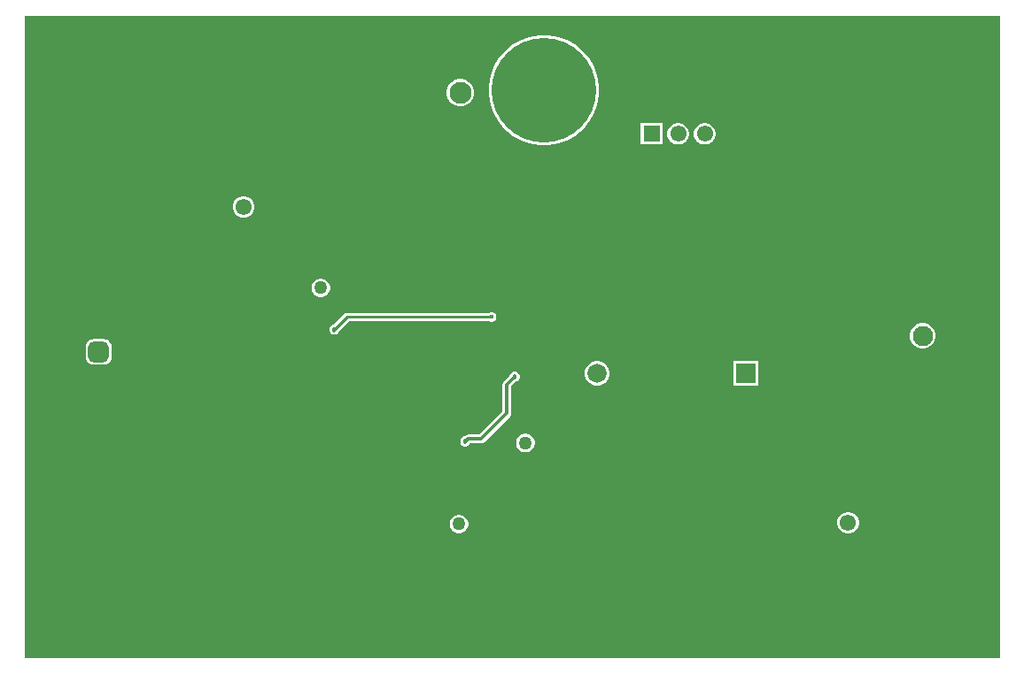
<source format=gbl>
G04*
G04 #@! TF.GenerationSoftware,Altium Limited,Altium Designer,24.10.1 (45)*
G04*
G04 Layer_Physical_Order=2*
G04 Layer_Color=16711680*
%FSLAX44Y44*%
%MOMM*%
G71*
G04*
G04 #@! TF.SameCoordinates,4BA20A26-6699-4CC0-9CF9-A882EA70ABF6*
G04*
G04*
G04 #@! TF.FilePolarity,Positive*
G04*
G01*
G75*
%ADD14C,0.2540*%
%ADD31R,1.5500X1.5500*%
%ADD32C,1.5500*%
%ADD34R,1.8288X1.8288*%
%ADD35C,1.8288*%
%ADD40C,0.3048*%
%ADD46C,1.9500*%
G04:AMPARAMS|DCode=47|XSize=1.95mm|YSize=1.95mm|CornerRadius=0.4875mm|HoleSize=0mm|Usage=FLASHONLY|Rotation=270.000|XOffset=0mm|YOffset=0mm|HoleType=Round|Shape=RoundedRectangle|*
%AMROUNDEDRECTD47*
21,1,1.9500,0.9750,0,0,270.0*
21,1,0.9750,1.9500,0,0,270.0*
1,1,0.9750,-0.4875,-0.4875*
1,1,0.9750,-0.4875,0.4875*
1,1,0.9750,0.4875,0.4875*
1,1,0.9750,0.4875,-0.4875*
%
%ADD47ROUNDEDRECTD47*%
%ADD48C,10.0000*%
%ADD49C,2.1000*%
%ADD50C,1.2700*%
%ADD51C,0.6350*%
%ADD52C,0.4572*%
%ADD53C,0.4064*%
G36*
X932180Y-0D02*
X0D01*
Y614680D01*
X932180D01*
Y-0D01*
D02*
G37*
%LPC*%
G36*
X418277Y554060D02*
X414843D01*
X411527Y553171D01*
X408553Y551455D01*
X406125Y549027D01*
X404409Y546053D01*
X403520Y542737D01*
Y539303D01*
X404409Y535987D01*
X406125Y533013D01*
X408553Y530585D01*
X411527Y528869D01*
X414843Y527980D01*
X418277D01*
X421593Y528869D01*
X424567Y530585D01*
X426995Y533013D01*
X428711Y535987D01*
X429600Y539303D01*
Y542737D01*
X428711Y546053D01*
X426995Y549027D01*
X424567Y551455D01*
X421593Y553171D01*
X418277Y554060D01*
D02*
G37*
G36*
X651595Y511940D02*
X648885D01*
X646268Y511239D01*
X643922Y509884D01*
X642006Y507968D01*
X640651Y505622D01*
X639950Y503005D01*
Y500295D01*
X640651Y497678D01*
X642006Y495332D01*
X643922Y493416D01*
X646268Y492061D01*
X648885Y491360D01*
X651595D01*
X654212Y492061D01*
X656558Y493416D01*
X658474Y495332D01*
X659829Y497678D01*
X660530Y500295D01*
Y503005D01*
X659829Y505622D01*
X658474Y507968D01*
X656558Y509884D01*
X654212Y511239D01*
X651595Y511940D01*
D02*
G37*
G36*
X626195D02*
X623485D01*
X620868Y511239D01*
X618522Y509884D01*
X616606Y507968D01*
X615251Y505622D01*
X614550Y503005D01*
Y500295D01*
X615251Y497678D01*
X616606Y495332D01*
X618522Y493416D01*
X620868Y492061D01*
X623485Y491360D01*
X626195D01*
X628812Y492061D01*
X631158Y493416D01*
X633074Y495332D01*
X634429Y497678D01*
X635130Y500295D01*
Y503005D01*
X634429Y505622D01*
X633074Y507968D01*
X631158Y509884D01*
X628812Y511239D01*
X626195Y511940D01*
D02*
G37*
G36*
X609730D02*
X589150D01*
Y491360D01*
X609730D01*
Y511940D01*
D02*
G37*
G36*
X500014Y596100D02*
X493126D01*
X486298Y595201D01*
X479645Y593419D01*
X473282Y590783D01*
X467318Y587339D01*
X461854Y583146D01*
X456984Y578276D01*
X452791Y572812D01*
X449347Y566848D01*
X446712Y560485D01*
X444929Y553832D01*
X444030Y547004D01*
Y540116D01*
X444929Y533288D01*
X446712Y526635D01*
X449347Y520272D01*
X452791Y514308D01*
X456984Y508844D01*
X461854Y503974D01*
X467318Y499781D01*
X473282Y496337D01*
X479645Y493702D01*
X486298Y491919D01*
X493126Y491020D01*
X500014D01*
X506842Y491919D01*
X513495Y493702D01*
X519858Y496337D01*
X525822Y499781D01*
X531286Y503974D01*
X536156Y508844D01*
X540349Y514308D01*
X543793Y520272D01*
X546428Y526635D01*
X548211Y533288D01*
X549110Y540116D01*
Y547004D01*
X548211Y553832D01*
X546428Y560485D01*
X543793Y566848D01*
X540349Y572812D01*
X536156Y578276D01*
X531286Y583146D01*
X525822Y587339D01*
X519858Y590783D01*
X513495Y593419D01*
X506842Y595201D01*
X500014Y596100D01*
D02*
G37*
G36*
X210905Y442090D02*
X208195D01*
X205578Y441389D01*
X203232Y440034D01*
X201316Y438118D01*
X199961Y435772D01*
X199260Y433155D01*
Y430445D01*
X199961Y427828D01*
X201316Y425482D01*
X203232Y423566D01*
X205578Y422211D01*
X208195Y421510D01*
X210905D01*
X213522Y422211D01*
X215868Y423566D01*
X217784Y425482D01*
X219139Y427828D01*
X219840Y430445D01*
Y433155D01*
X219139Y435772D01*
X217784Y438118D01*
X215868Y440034D01*
X213522Y441389D01*
X210905Y442090D01*
D02*
G37*
G36*
X284380Y363220D02*
X282040D01*
X279779Y362614D01*
X277751Y361444D01*
X276096Y359789D01*
X274926Y357761D01*
X274320Y355500D01*
Y353160D01*
X274926Y350899D01*
X276096Y348871D01*
X277751Y347216D01*
X279779Y346046D01*
X282040Y345440D01*
X284380D01*
X286641Y346046D01*
X288669Y347216D01*
X290324Y348871D01*
X291494Y350899D01*
X292100Y353160D01*
Y355500D01*
X291494Y357761D01*
X290324Y359789D01*
X288669Y361444D01*
X286641Y362614D01*
X284380Y363220D01*
D02*
G37*
G36*
X447441Y330962D02*
X445623D01*
X443963Y330275D01*
X308332D01*
X306845Y329979D01*
X305585Y329137D01*
X295496Y319048D01*
X295204D01*
X293430Y318314D01*
X292073Y316956D01*
X291338Y315182D01*
Y313262D01*
X292073Y311489D01*
X293430Y310131D01*
X295204Y309396D01*
X297124D01*
X298898Y310131D01*
X300255Y311489D01*
X300990Y313262D01*
Y313554D01*
X309941Y322505D01*
X443963D01*
X445623Y321818D01*
X447441D01*
X449122Y322514D01*
X450408Y323800D01*
X451104Y325481D01*
Y327299D01*
X450408Y328980D01*
X449122Y330266D01*
X447441Y330962D01*
D02*
G37*
G36*
X860178Y320500D02*
X856942D01*
X853816Y319662D01*
X851014Y318044D01*
X848726Y315756D01*
X847108Y312954D01*
X846270Y309828D01*
Y306592D01*
X847108Y303466D01*
X848726Y300664D01*
X851014Y298376D01*
X853816Y296758D01*
X856942Y295920D01*
X860178D01*
X863304Y296758D01*
X866106Y298376D01*
X868394Y300664D01*
X870013Y303466D01*
X870850Y306592D01*
Y309828D01*
X870013Y312954D01*
X868394Y315756D01*
X866106Y318044D01*
X863304Y319662D01*
X860178Y320500D01*
D02*
G37*
G36*
X75955Y305324D02*
X66205D01*
X64269Y305069D01*
X62466Y304322D01*
X60917Y303134D01*
X59728Y301584D01*
X58981Y299781D01*
X58726Y297845D01*
Y288095D01*
X58981Y286159D01*
X59728Y284356D01*
X60917Y282807D01*
X62466Y281618D01*
X64269Y280871D01*
X66205Y280616D01*
X75955D01*
X77891Y280871D01*
X79694Y281618D01*
X81243Y282807D01*
X82432Y284356D01*
X83179Y286159D01*
X83434Y288095D01*
Y297845D01*
X83179Y299781D01*
X82432Y301584D01*
X81243Y303134D01*
X79694Y304322D01*
X77891Y305069D01*
X75955Y305324D01*
D02*
G37*
G36*
X701294Y283972D02*
X677926D01*
Y260604D01*
X701294D01*
Y283972D01*
D02*
G37*
G36*
X548908D02*
X545832D01*
X542860Y283176D01*
X540196Y281637D01*
X538021Y279462D01*
X536482Y276798D01*
X535686Y273826D01*
Y270750D01*
X536482Y267778D01*
X538021Y265114D01*
X540196Y262938D01*
X542860Y261400D01*
X545832Y260604D01*
X548908D01*
X551880Y261400D01*
X554544Y262938D01*
X556720Y265114D01*
X558258Y267778D01*
X559054Y270750D01*
Y273826D01*
X558258Y276798D01*
X556720Y279462D01*
X554544Y281637D01*
X551880Y283176D01*
X548908Y283972D01*
D02*
G37*
G36*
X469590Y274066D02*
X467670D01*
X465896Y273331D01*
X464539Y271974D01*
X463856Y270326D01*
X458334Y264804D01*
X457436Y263460D01*
X457120Y261874D01*
Y236002D01*
X434812Y213694D01*
X424084D01*
X422499Y213378D01*
X421154Y212480D01*
X420764Y212090D01*
X420426D01*
X418652Y211355D01*
X417295Y209998D01*
X416560Y208224D01*
Y206304D01*
X417295Y204530D01*
X418652Y203173D01*
X420426Y202438D01*
X422346D01*
X424120Y203173D01*
X425477Y204530D01*
X425840Y205406D01*
X436528D01*
X438114Y205722D01*
X439458Y206620D01*
X464194Y231356D01*
X465092Y232700D01*
X465408Y234286D01*
Y260158D01*
X469716Y264466D01*
X471364Y265149D01*
X472721Y266506D01*
X473456Y268280D01*
Y270200D01*
X472721Y271974D01*
X471364Y273331D01*
X469590Y274066D01*
D02*
G37*
G36*
X479960Y214630D02*
X477620D01*
X475359Y214024D01*
X473331Y212854D01*
X471676Y211199D01*
X470506Y209171D01*
X469900Y206910D01*
Y204570D01*
X470506Y202309D01*
X471676Y200281D01*
X473331Y198626D01*
X475359Y197456D01*
X477620Y196850D01*
X479960D01*
X482221Y197456D01*
X484249Y198626D01*
X485904Y200281D01*
X487074Y202309D01*
X487680Y204570D01*
Y206910D01*
X487074Y209171D01*
X485904Y211199D01*
X484249Y212854D01*
X482221Y214024D01*
X479960Y214630D01*
D02*
G37*
G36*
X416460Y137160D02*
X414120D01*
X411859Y136554D01*
X409831Y135384D01*
X408176Y133729D01*
X407006Y131701D01*
X406400Y129440D01*
Y127100D01*
X407006Y124839D01*
X408176Y122811D01*
X409831Y121156D01*
X411859Y119986D01*
X414120Y119380D01*
X416460D01*
X418721Y119986D01*
X420749Y121156D01*
X422404Y122811D01*
X423574Y124839D01*
X424180Y127100D01*
Y129440D01*
X423574Y131701D01*
X422404Y133729D01*
X420749Y135384D01*
X418721Y136554D01*
X416460Y137160D01*
D02*
G37*
G36*
X788685Y139830D02*
X785975D01*
X783358Y139129D01*
X781012Y137774D01*
X779096Y135858D01*
X777741Y133512D01*
X777040Y130895D01*
Y128185D01*
X777741Y125568D01*
X779096Y123222D01*
X781012Y121306D01*
X783358Y119951D01*
X785975Y119250D01*
X788685D01*
X791302Y119951D01*
X793648Y121306D01*
X795564Y123222D01*
X796919Y125568D01*
X797620Y128185D01*
Y130895D01*
X796919Y133512D01*
X795564Y135858D01*
X793648Y137774D01*
X791302Y139129D01*
X788685Y139830D01*
D02*
G37*
%LPD*%
D14*
X296164Y314222D02*
X308332Y326390D01*
X446532D01*
D31*
X134550Y431800D02*
D03*
X862330Y129540D02*
D03*
X599440Y501650D02*
D03*
D32*
X209550Y431800D02*
D03*
X787330Y129540D02*
D03*
X624840Y501650D02*
D03*
X650240D02*
D03*
D34*
X689610Y272288D02*
D03*
D35*
X547370D02*
D03*
D40*
X436528Y209550D02*
X461264Y234286D01*
Y261874D02*
X468630Y269240D01*
X461264Y234286D02*
Y261874D01*
X421386Y207264D02*
X421798D01*
X424084Y209550D02*
X436528D01*
X421798Y207264D02*
X424084Y209550D01*
D46*
X71080Y242970D02*
D03*
X858560Y308210D02*
D03*
D47*
X71080Y292970D02*
D03*
X858560Y258210D02*
D03*
D48*
X496570Y543560D02*
D03*
X730250Y537210D02*
D03*
D49*
X416560Y541020D02*
D03*
X353060Y539750D02*
D03*
D50*
X415290Y128270D02*
D03*
X478790Y205740D02*
D03*
X283210Y354330D02*
D03*
D51*
X452374Y256794D02*
D03*
X422910Y278130D02*
D03*
X330708Y144145D02*
D03*
X367538Y139446D02*
D03*
X381508D02*
D03*
D52*
X468630Y269240D02*
D03*
X421386Y207264D02*
D03*
X296164Y314222D02*
D03*
X467360Y337820D02*
D03*
D53*
X446532Y326390D02*
D03*
M02*

</source>
